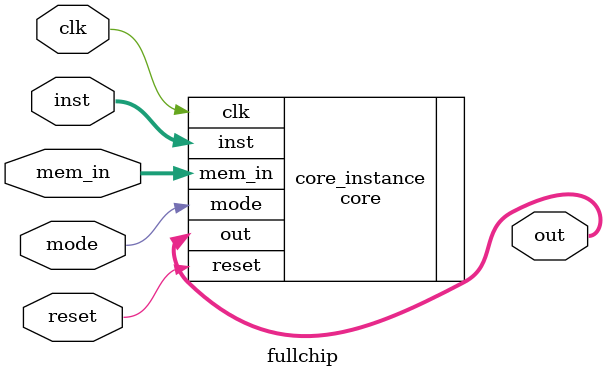
<source format=v>
module fullchip (clk, mem_in, inst, reset,out,mode);

parameter col = 8;
parameter bw = 4;
parameter bw_psum = 2*bw+3;
parameter pr = 8;

input  clk; 
input  [pr*bw-1:0] mem_in; 
input  [16:0] inst; 
input  reset;
input mode;
output [bw_psum*col-1:0] out;

core #(.bw(bw), .bw_psum(bw_psum), .col(col), .pr(pr)) core_instance (
      .reset(reset), 
      .clk(clk), 
      .mem_in(mem_in), 
      .inst(inst),
      .out(out),
      .mode(mode)
);

endmodule

</source>
